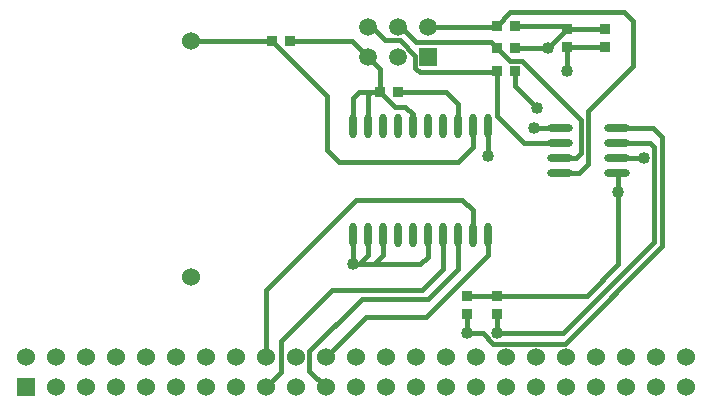
<source format=gbl>
%FSLAX25Y25*%
%MOIN*%
G70*
G01*
G75*
G04 Layer_Physical_Order=2*
G04 Layer_Color=16711680*
%ADD10C,0.01600*%
%ADD11C,0.05906*%
%ADD12R,0.05906X0.05906*%
%ADD13C,0.06000*%
%ADD14R,0.06000X0.06000*%
%ADD15C,0.04000*%
%ADD16R,0.03543X0.03740*%
%ADD17R,0.03740X0.03543*%
%ADD18O,0.08661X0.02362*%
%ADD19O,0.02362X0.08268*%
D10*
X206500Y94709D02*
Y98500D01*
X204000Y101000D02*
X206500Y98500D01*
X200449Y101000D02*
X204000D01*
X195449Y106000D02*
X200449Y101000D01*
X191000Y31000D02*
X211007D01*
X231500Y51493D02*
Y58291D01*
X211007Y31000D02*
X231500Y51493D01*
X177500Y17500D02*
X191000Y31000D01*
X172000Y13000D02*
X177500Y7500D01*
X172000Y13000D02*
Y19500D01*
X275000Y48500D02*
Y72500D01*
X264551Y38051D02*
X275000Y48500D01*
X234500Y38051D02*
X264551D01*
X274449Y89000D02*
X285500D01*
X287000Y87500D01*
Y56000D02*
Y87500D01*
X256500Y25500D02*
X287000Y56000D01*
X234500Y25500D02*
X256500D01*
X233092Y22100D02*
X257100D01*
X229692Y25500D02*
X233092Y22100D01*
X224500Y25500D02*
X229692D01*
X224500Y38051D02*
X234500D01*
Y25500D02*
Y31949D01*
X224500Y25500D02*
Y31949D01*
X257100Y22100D02*
X289500Y54500D01*
Y91000D01*
X286500Y94000D02*
X289500Y91000D01*
X274449Y94000D02*
X286500D01*
X247000D02*
X255551D01*
X243500Y89000D02*
X255551D01*
X234449Y98051D02*
X243500Y89000D01*
X234449Y98051D02*
Y113000D01*
X240551Y107949D02*
X247750Y100750D01*
X231500Y84500D02*
Y94709D01*
X274449Y84000D02*
X283500D01*
X275000Y72500D02*
Y78449D01*
X258000Y120949D02*
X270500D01*
X258000Y112500D02*
Y120949D01*
X240551Y107949D02*
Y113000D01*
X251449Y120500D02*
X258000Y127051D01*
X240551Y120500D02*
X251449D01*
X265000Y99507D02*
X280000Y114507D01*
Y129500D01*
X277000Y132500D02*
X280000Y129500D01*
X238949Y132500D02*
X277000D01*
X234449Y128000D02*
X238949Y132500D01*
X258000Y127051D02*
X270500D01*
X257051Y128000D02*
X258000Y127051D01*
X240551Y128000D02*
X257051D01*
X157500Y17500D02*
Y40000D01*
X187500Y70000D01*
X223000D01*
X226500Y66500D01*
Y58291D02*
Y66500D01*
X172000Y19500D02*
X189500Y37000D01*
X211500D01*
X221500Y47000D01*
Y58291D01*
X157500Y7500D02*
X162500Y12500D01*
Y23000D01*
X179500Y40000D01*
X209500D01*
X216500Y47000D01*
Y58291D01*
X186125Y123000D02*
X191625Y117500D01*
X165551Y123000D02*
X186125D01*
X221500Y94709D02*
Y102000D01*
X217500Y106000D02*
X221500Y102000D01*
X201551Y106000D02*
X217500D01*
X159449Y123000D02*
X178000Y104449D01*
X159349Y123100D02*
X159449Y123000D01*
X226500Y87500D02*
Y94709D01*
X221500Y82500D02*
X226500Y87500D01*
X182000Y82500D02*
X221500D01*
X178000Y86500D02*
X182000Y82500D01*
X178000Y86500D02*
Y104449D01*
X132500Y123100D02*
X159349D01*
X191625Y117500D02*
X195449Y113676D01*
Y106000D02*
Y113676D01*
X188500Y106000D02*
X192500D01*
X186500Y104000D02*
X188500Y106000D01*
X186500Y94709D02*
Y104000D01*
X191500Y94709D02*
Y105000D01*
X192500Y106000D01*
X195449D01*
X211500Y51000D02*
Y58291D01*
X209000Y48500D02*
X211500Y51000D01*
X188500Y48500D02*
X209000D01*
X186500D02*
X188500D01*
X191500Y51500D01*
Y58291D01*
X194000Y49000D02*
X196500Y51500D01*
Y58291D01*
X186500Y48500D02*
Y58291D01*
X255551Y79000D02*
X262000D01*
X265000Y82000D01*
Y99507D01*
X255551Y84000D02*
X261000D01*
X262500Y85500D01*
Y96673D01*
X243001Y116172D02*
X262500Y96673D01*
X238777Y116172D02*
X243001D01*
X234449Y120500D02*
X238777Y116172D01*
X208740Y112500D02*
X233949D01*
X207272Y113967D02*
X208740Y112500D01*
X207272Y113967D02*
Y118008D01*
X202134Y123147D02*
X207272Y118008D01*
X197272Y123147D02*
X202134D01*
X192920Y127500D02*
X197272Y123147D01*
X191625Y127500D02*
X192920D01*
X232449Y122500D02*
X234449Y120500D01*
X207500Y122500D02*
X232449D01*
X202500Y127500D02*
X207500Y122500D01*
X201625Y127500D02*
X202500D01*
X211625D02*
X233949D01*
D11*
X191625D02*
D03*
Y117500D02*
D03*
X201625Y127500D02*
D03*
Y117500D02*
D03*
X211625Y127500D02*
D03*
D12*
Y117500D02*
D03*
D13*
X87500Y17500D02*
D03*
Y7500D02*
D03*
X177500Y17500D02*
D03*
X187500Y7500D02*
D03*
X177500D02*
D03*
X287500D02*
D03*
X297500Y17500D02*
D03*
X257500Y7500D02*
D03*
X187500Y17500D02*
D03*
X197500Y7500D02*
D03*
X167500Y17500D02*
D03*
X97500D02*
D03*
Y7500D02*
D03*
X227500Y17500D02*
D03*
Y7500D02*
D03*
X237500D02*
D03*
X247500D02*
D03*
X237500Y17500D02*
D03*
X247500D02*
D03*
X257500D02*
D03*
X267500D02*
D03*
Y7500D02*
D03*
X277500Y17500D02*
D03*
Y7500D02*
D03*
X287500Y17500D02*
D03*
X297500Y7500D02*
D03*
X217500Y17500D02*
D03*
Y7500D02*
D03*
X207500D02*
D03*
Y17500D02*
D03*
X117500D02*
D03*
X107500D02*
D03*
Y7500D02*
D03*
X117500D02*
D03*
X197500Y17500D02*
D03*
X157500D02*
D03*
X137500Y7500D02*
D03*
X167500D02*
D03*
X127500Y17500D02*
D03*
X137500D02*
D03*
X127500Y7500D02*
D03*
X147500D02*
D03*
Y17500D02*
D03*
X157500Y7500D02*
D03*
X77500Y17500D02*
D03*
X132500Y123100D02*
D03*
Y44400D02*
D03*
D14*
X77500Y7500D02*
D03*
D15*
X234500Y25500D02*
D03*
X224500D02*
D03*
X247000Y94000D02*
D03*
X247750Y100750D02*
D03*
X231500Y84500D02*
D03*
X283500Y84000D02*
D03*
X275000Y72500D02*
D03*
X258000Y113000D02*
D03*
X251449Y120500D02*
D03*
X186500Y48500D02*
D03*
D16*
X258000Y120949D02*
D03*
Y127051D02*
D03*
X270500Y120949D02*
D03*
Y127051D02*
D03*
X224500Y38051D02*
D03*
Y31949D02*
D03*
X234500Y38051D02*
D03*
Y31949D02*
D03*
D17*
X195449Y106000D02*
D03*
X201551D02*
D03*
X165551Y123000D02*
D03*
X159449D02*
D03*
X240551Y128000D02*
D03*
X234449D02*
D03*
X240551Y120500D02*
D03*
X234449D02*
D03*
X240551Y113000D02*
D03*
X234449D02*
D03*
D18*
X255551Y79000D02*
D03*
Y84000D02*
D03*
Y89000D02*
D03*
Y94000D02*
D03*
X274449Y79000D02*
D03*
Y84000D02*
D03*
Y89000D02*
D03*
Y94000D02*
D03*
D19*
X186500Y94709D02*
D03*
X191500D02*
D03*
X196500D02*
D03*
X201500D02*
D03*
X206500D02*
D03*
X211500D02*
D03*
X216500D02*
D03*
X221500D02*
D03*
X226500D02*
D03*
X231500D02*
D03*
X186500Y58291D02*
D03*
X191500D02*
D03*
X196500D02*
D03*
X201500D02*
D03*
X206500D02*
D03*
X211500D02*
D03*
X216500D02*
D03*
X221500D02*
D03*
X226500D02*
D03*
X231500D02*
D03*
M02*

</source>
